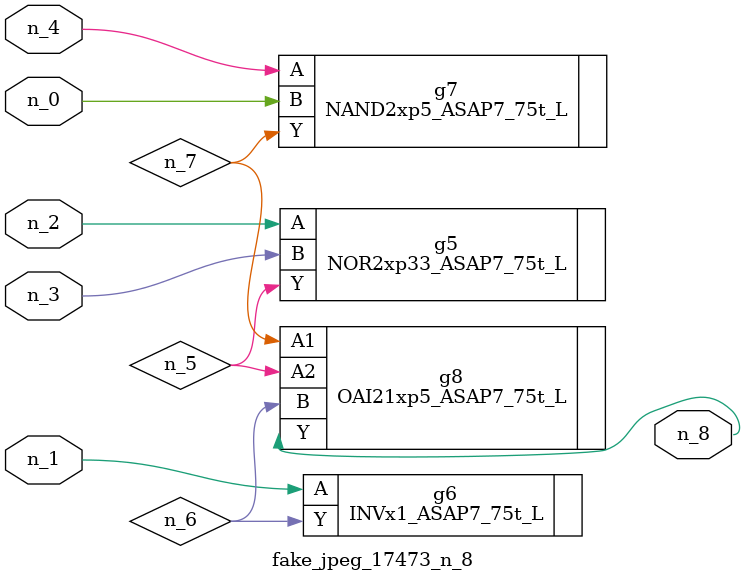
<source format=v>
module fake_jpeg_17473_n_8 (n_3, n_2, n_1, n_0, n_4, n_8);

input n_3;
input n_2;
input n_1;
input n_0;
input n_4;

output n_8;

wire n_6;
wire n_5;
wire n_7;

NOR2xp33_ASAP7_75t_L g5 ( 
.A(n_2),
.B(n_3),
.Y(n_5)
);

INVx1_ASAP7_75t_L g6 ( 
.A(n_1),
.Y(n_6)
);

NAND2xp5_ASAP7_75t_L g7 ( 
.A(n_4),
.B(n_0),
.Y(n_7)
);

OAI21xp5_ASAP7_75t_L g8 ( 
.A1(n_7),
.A2(n_5),
.B(n_6),
.Y(n_8)
);


endmodule
</source>
